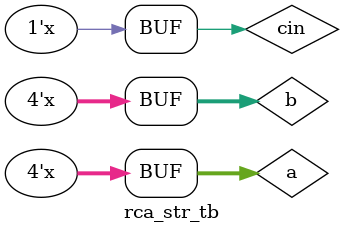
<source format=v>
module rca_str(a,b,cin,sum,cout
    );
	 input [3:0]a;
	 input [3:0]b;
	 input cin;
	 output [3:0]sum;
	 output cout;
	 wire [3:1]c;
	 fad_str i1(a[0],b[0],cin,sum[0],c[1]);
	 fad_str i2(a[1],b[1],c[1],sum[1],c[2]);
	 fad_str i3(a[2],b[2],c[2],sum[2],c[3]);
	 fad_str i4(a[3],b[3],c[3],sum[3],cout);
endmodule
module fad_str(a,b,cin,sum,cout
    );
	 input a,b,cin;
	 output sum,cout;
	 wire w1,w2,w3;
	 
	 ha_str i1(a,b,w1,w2);
	 ha_str i2(w1,cin,sum,w3);
	 or i3(cout,w2,w3);
endmodule
module ha_str(a,b,sum,cout
    );
	 input a,b;
	 output sum,cout;
	 xor n1(sum,a,b);
	 and n2(cout,a,b);
endmodule
module rca_str_tb;

	// Inputs
	reg [3:0] a;
	reg [3:0] b;
	reg cin;

	// Outputs
	wire [3:0] sum;
	wire cout;

	// Instantiate the Design Under Test (DUT)
	rca_str dut (a,b,cin,sum,cout
	);

	initial a=4'b0;
	initial b=4'b0;
	initial cin=1'b0;
	always #40 cin=cin+1'b1;
	always #80 b=b+4'b0001;
	always #160 a=a+4'b0001;

      
endmodule


</source>
